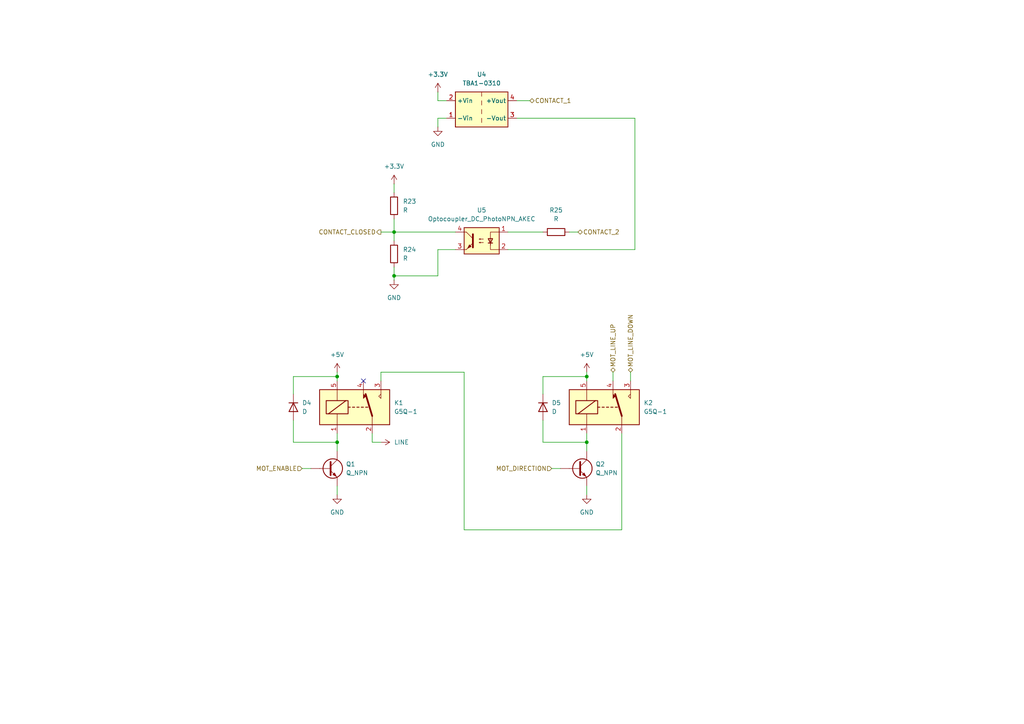
<source format=kicad_sch>
(kicad_sch (version 20250114) (generator "eeschema") (generator_version "9.0")
  (paper "A4")
  (title_block (title "iot-contact"))
  (lib_symbols
    (symbol "Converter_DCDC:TBA1-0310"
      (property "Reference" "U" (at -6.858 6.35 0))
      (property "Value" "TBA1-0310" (at 1.524 6.35 0))
      (symbol "TBA1-0310_0_0"
        (pin power_in line (at -10.16 2.54 0) (length 2.54) (name "+Vin") (number "2"))
        (pin power_in line (at -10.16 -2.54 0) (length 2.54) (name "-Vin") (number "1"))
        (pin power_out line (at 10.16 2.54 180) (length 2.54) (name "+Vout") (number "4"))
        (pin power_out line (at 10.16 -2.54 180) (length 2.54) (name "-Vout") (number "3"))
      )
      (symbol "TBA1-0310_0_1"
        (rectangle (start -7.62 5.08) (end 7.62 -5.08) (stroke (width 0.254)) (fill (type background)))
        (polyline (pts (xy 0 5.08) (xy 0 3.81)))
        (polyline (pts (xy 0 2.54) (xy 0 1.27)))
        (polyline (pts (xy 0 0) (xy 0 -1.27)))
        (polyline (pts (xy 0 -2.54) (xy 0 -3.81)))
      )
    )
    (symbol "Device:D" (pin_numbers (hide yes)) (pin_names (offset 1.016) (hide yes))
      (property "Reference" "D" (at 0 2.54 0))
      (property "Value" "D" (at 0 -2.54 0))
      (symbol "D_0_1"
        (polyline (pts (xy -1.27 1.27) (xy -1.27 -1.27)) (stroke (width 0.254)))
        (polyline (pts (xy 1.27 1.27) (xy 1.27 -1.27) (xy -1.27 0) (xy 1.27 1.27)) (stroke (width 0.254)))
        (polyline (pts (xy 1.27 0) (xy -1.27 0)))
      )
      (symbol "D_1_1"
        (pin passive line (at -3.81 0 0) (length 2.54) (name "K") (number "1"))
        (pin passive line (at 3.81 0 180) (length 2.54) (name "A") (number "2"))
      )
    )
    (symbol "Device:Q_NPN" (pin_numbers (hide yes)) (pin_names (offset 0) (hide yes))
      (property "Reference" "Q" (at 5.08 1.27 0))
      (property "Value" "Q_NPN" (at 5.08 -1.27 0))
      (symbol "Q_NPN_0_1"
        (polyline (pts (xy -2.54 0) (xy 0.635 0)))
        (polyline (pts (xy 0.635 1.905) (xy 0.635 -1.905)) (stroke (width 0.508)))
        (polyline (pts (xy 0.635 0.635) (xy 2.54 2.54)))
        (polyline (pts (xy 0.635 -0.635) (xy 2.54 -2.54)))
        (circle (center 1.27 0) (radius 2.8194) (stroke (width 0.254)))
        (polyline (pts (xy 1.27 -1.778) (xy 1.778 -1.27) (xy 2.286 -2.286) (xy 1.27 -1.778)) (fill (type outline)))
      )
      (symbol "Q_NPN_1_1"
        (pin input line (at -5.08 0 0) (length 2.54) (name "B") (number "B"))
        (pin passive line (at 2.54 5.08 270) (length 2.54) (name "C") (number "C"))
        (pin passive line (at 2.54 -5.08 90) (length 2.54) (name "E") (number "E"))
      )
    )
    (symbol "Device:R" (pin_numbers (hide yes)) (pin_names (offset 0))
      (property "Reference" "R" (at 2.032 0 90))
      (property "Value" "R" (at 0 0 90))
      (symbol "R_0_1"
        (rectangle (start -1.016 -2.54) (end 1.016 2.54) (stroke (width 0.254)))
      )
      (symbol "R_1_1"
        (pin passive line (at 0 3.81 270) (length 1.27) (name "~") (number "1"))
        (pin passive line (at 0 -3.81 90) (length 1.27) (name "~") (number "2"))
      )
    )
    (symbol "Isolator:Optocoupler_DC_PhotoNPN_AKEC"
      (property "Reference" "U" (at -5.08 5.08 0))
      (property "Value" "Optocoupler_DC_PhotoNPN_AKEC" (at 0 5.08 0))
      (symbol "Optocoupler_DC_PhotoNPN_AKEC_0_1"
        (rectangle (start -5.08 3.81) (end 5.08 -3.81) (stroke (width 0.254)) (fill (type background)))
        (polyline (pts (xy -5.08 2.54) (xy -2.54 2.54) (xy -2.54 -1.27) (xy -2.54 0.635)))
        (polyline (pts (xy -3.175 -0.635) (xy -1.905 -0.635)) (stroke (width 0.254)))
        (polyline (pts (xy -2.54 -0.635) (xy -2.54 -2.54) (xy -5.08 -2.54)))
        (polyline (pts (xy -2.54 -0.635) (xy -3.175 0.635) (xy -1.905 0.635) (xy -2.54 -0.635)) (stroke (width 0.254)))
        (polyline (pts (xy -0.508 0.508) (xy 0.762 0.508) (xy 0.381 0.381) (xy 0.381 0.635) (xy 0.762 0.508)))
        (polyline (pts (xy -0.508 -0.508) (xy 0.762 -0.508) (xy 0.381 -0.635) (xy 0.381 -0.381) (xy 0.762 -0.508)))
        (polyline (pts (xy 2.54 1.905) (xy 2.54 -1.905)) (stroke (width 0.508)))
        (polyline (pts (xy 2.54 0.635) (xy 4.445 2.54)))
        (polyline (pts (xy 3.048 -1.651) (xy 3.556 -1.143) (xy 4.064 -2.159) (xy 3.048 -1.651)) (fill (type outline)))
        (polyline (pts (xy 4.445 2.54) (xy 5.08 2.54)))
        (polyline (pts (xy 4.445 -2.54) (xy 2.54 -0.635)) (fill (type outline)))
        (polyline (pts (xy 4.445 -2.54) (xy 5.08 -2.54)))
      )
      (symbol "Optocoupler_DC_PhotoNPN_AKEC_1_1"
        (pin passive line (at -7.62 2.54 0) (length 2.54) (name "~") (number "1"))
        (pin passive line (at -7.62 -2.54 0) (length 2.54) (name "~") (number "2"))
        (pin passive line (at 7.62 2.54 180) (length 2.54) (name "~") (number "4"))
        (pin passive line (at 7.62 -2.54 180) (length 2.54) (name "~") (number "3"))
      )
    )
    (symbol "Relay:G5Q-1"
      (property "Reference" "K" (at 11.43 3.81 0))
      (property "Value" "G5Q-1" (at 11.43 1.27 0))
      (symbol "G5Q-1_0_0"
        (polyline (pts (xy 7.62 5.08) (xy 7.62 2.54) (xy 6.985 3.175) (xy 7.62 3.81)))
      )
      (symbol "G5Q-1_0_1"
        (rectangle (start -10.16 5.08) (end 10.16 -5.08) (stroke (width 0.254)) (fill (type background)))
        (rectangle (start -8.255 1.905) (end -1.905 -1.905) (stroke (width 0.254)))
        (polyline (pts (xy -7.62 -1.905) (xy -2.54 1.905)) (stroke (width 0.254)))
        (polyline (pts (xy -5.08 5.08) (xy -5.08 1.905)))
        (polyline (pts (xy -5.08 -5.08) (xy -5.08 -1.905)))
        (polyline (pts (xy -1.905 0) (xy -1.27 0)) (stroke (width 0.254)))
        (polyline (pts (xy -0.635 0) (xy 0 0)) (stroke (width 0.254)))
        (polyline (pts (xy 0.635 0) (xy 1.27 0)) (stroke (width 0.254)))
        (polyline (pts (xy 1.905 0) (xy 2.54 0)) (stroke (width 0.254)))
        (polyline (pts (xy 2.54 5.08) (xy 2.54 2.54) (xy 3.175 3.175) (xy 2.54 3.81)) (fill (type outline)))
        (polyline (pts (xy 3.175 0) (xy 3.81 0)) (stroke (width 0.254)))
        (polyline (pts (xy 5.08 -2.54) (xy 3.175 3.81)) (stroke (width 0.508)))
        (polyline (pts (xy 5.08 -2.54) (xy 5.08 -5.08)))
      )
      (symbol "G5Q-1_1_1"
        (pin passive line (at -5.08 7.62 270) (length 2.54) (name "~") (number "5"))
        (pin passive line (at -5.08 -7.62 90) (length 2.54) (name "~") (number "1"))
        (pin passive line (at 2.54 7.62 270) (length 2.54) (name "~") (number "4"))
        (pin passive line (at 5.08 -7.62 90) (length 2.54) (name "~") (number "2"))
        (pin passive line (at 7.62 7.62 270) (length 2.54) (name "~") (number "3"))
      )
    )
    (symbol "power:+3.3V" (power) (pin_numbers (hide yes)) (pin_names (offset 0) (hide yes))
      (property "Value" "+3.3V" (at 0 3.556 0))
      (symbol "+3.3V_0_1"
        (polyline (pts (xy -0.762 1.27) (xy 0 2.54)))
        (polyline (pts (xy 0 2.54) (xy 0.762 1.27)))
        (polyline (pts (xy 0 0) (xy 0 2.54)))
      )
      (symbol "+3.3V_1_1"
        (pin power_in line (at 0 0 90) (length 0) (name "~") (number "1"))
      )
    )
    (symbol "power:+5V" (power) (pin_numbers (hide yes)) (pin_names (offset 0) (hide yes))
      (property "Value" "+5V" (at 0 3.556 0))
      (symbol "+5V_0_1"
        (polyline (pts (xy -0.762 1.27) (xy 0 2.54)))
        (polyline (pts (xy 0 2.54) (xy 0.762 1.27)))
        (polyline (pts (xy 0 0) (xy 0 2.54)))
      )
      (symbol "+5V_1_1"
        (pin power_in line (at 0 0 90) (length 0) (name "~") (number "1"))
      )
    )
    (symbol "power:GND" (power) (pin_numbers (hide yes)) (pin_names (offset 0) (hide yes))
      (property "Value" "GND" (at 0 -3.81 0))
      (symbol "GND_0_1"
        (polyline (pts (xy 0 0) (xy 0 -1.27) (xy 1.27 -1.27) (xy 0 -2.54) (xy -1.27 -1.27) (xy 0 -1.27)))
      )
      (symbol "GND_1_1"
        (pin power_in line (at 0 0 270) (length 0) (name "~") (number "1"))
      )
    )
    (symbol "power:LINE" (power) (pin_numbers (hide yes)) (pin_names (offset 0) (hide yes))
      (property "Value" "LINE" (at 0 3.556 0))
      (symbol "LINE_0_1"
        (polyline (pts (xy -0.762 1.27) (xy 0 2.54)))
        (polyline (pts (xy 0 2.54) (xy 0.762 1.27)))
        (polyline (pts (xy 0 0) (xy 0 2.54)))
      )
      (symbol "LINE_1_1"
        (pin power_in line (at 0 0 90) (length 0) (name "~") (number "1"))
      )
    )
  )
  (junction (at 114.3 80.01))
  (junction (at 114.3 67.31))
  (junction (at 97.79 109.22))
  (junction (at 170.18 109.22))
  (junction (at 97.79 128.27))
  (junction (at 170.18 128.27))
  (no_connect (at 105.41 110.49))
  (wire (pts (xy 170.18 107.95) (xy 170.18 109.22)))
  (wire (pts (xy 97.79 128.27) (xy 97.79 130.81)))
  (wire (pts (xy 85.09 109.22) (xy 97.79 109.22)))
  (wire (pts (xy 160.02 135.89) (xy 162.56 135.89)))
  (wire (pts (xy 97.79 140.97) (xy 97.79 143.51)))
  (wire (pts (xy 147.32 67.31) (xy 157.48 67.31)))
  (wire (pts (xy 149.86 34.29) (xy 184.15 34.29)))
  (wire (pts (xy 85.09 121.92) (xy 85.09 128.27)))
  (wire (pts (xy 114.3 67.31) (xy 114.3 63.5)))
  (wire (pts (xy 114.3 67.31) (xy 114.3 69.85)))
  (wire (pts (xy 134.62 107.95) (xy 134.62 153.67)))
  (wire (pts (xy 114.3 77.47) (xy 114.3 80.01)))
  (wire (pts (xy 182.88 107.95) (xy 182.88 110.49)))
  (wire (pts (xy 110.49 67.31) (xy 114.3 67.31)))
  (wire (pts (xy 114.3 53.34) (xy 114.3 55.88)))
  (wire (pts (xy 157.48 109.22) (xy 170.18 109.22)))
  (wire (pts (xy 129.54 34.29) (xy 127 34.29)))
  (wire (pts (xy 110.49 128.27) (xy 107.95 128.27)))
  (wire (pts (xy 114.3 80.01) (xy 114.3 81.28)))
  (wire (pts (xy 97.79 109.22) (xy 97.79 110.49)))
  (wire (pts (xy 127 29.21) (xy 127 26.67)))
  (wire (pts (xy 170.18 140.97) (xy 170.18 143.51)))
  (wire (pts (xy 97.79 107.95) (xy 97.79 109.22)))
  (wire (pts (xy 184.15 72.39) (xy 147.32 72.39)))
  (wire (pts (xy 114.3 67.31) (xy 132.08 67.31)))
  (wire (pts (xy 127 80.01) (xy 114.3 80.01)))
  (wire (pts (xy 157.48 114.3) (xy 157.48 109.22)))
  (wire (pts (xy 149.86 29.21) (xy 153.67 29.21)))
  (wire (pts (xy 157.48 128.27) (xy 170.18 128.27)))
  (wire (pts (xy 170.18 125.73) (xy 170.18 128.27)))
  (wire (pts (xy 170.18 128.27) (xy 170.18 130.81)))
  (wire (pts (xy 87.63 135.89) (xy 90.17 135.89)))
  (wire (pts (xy 127 72.39) (xy 127 80.01)))
  (wire (pts (xy 184.15 34.29) (xy 184.15 72.39)))
  (wire (pts (xy 165.1 67.31) (xy 167.64 67.31)))
  (wire (pts (xy 129.54 29.21) (xy 127 29.21)))
  (wire (pts (xy 97.79 125.73) (xy 97.79 128.27)))
  (wire (pts (xy 170.18 109.22) (xy 170.18 110.49)))
  (wire (pts (xy 180.34 153.67) (xy 180.34 125.73)))
  (wire (pts (xy 177.8 107.95) (xy 177.8 110.49)))
  (wire (pts (xy 85.09 128.27) (xy 97.79 128.27)))
  (wire (pts (xy 107.95 128.27) (xy 107.95 125.73)))
  (wire (pts (xy 110.49 107.95) (xy 134.62 107.95)))
  (wire (pts (xy 157.48 121.92) (xy 157.48 128.27)))
  (wire (pts (xy 110.49 110.49) (xy 110.49 107.95)))
  (wire (pts (xy 127 34.29) (xy 127 36.83)))
  (wire (pts (xy 132.08 72.39) (xy 127 72.39)))
  (wire (pts (xy 85.09 114.3) (xy 85.09 109.22)))
  (wire (pts (xy 134.62 153.67) (xy 180.34 153.67)))
  (hierarchical_label "CONTACT_1" (shape bidirectional) (at 153.67 29.21 0))
  (hierarchical_label "CONTACT_2" (shape bidirectional) (at 167.64 67.31 0))
  (hierarchical_label "MOT_ENABLE" (shape input) (at 87.63 135.89 180))
  (hierarchical_label "MOT_LINE_DOWN" (shape bidirectional) (at 182.88 107.95 90))
  (hierarchical_label "MOT_LINE_UP" (shape bidirectional) (at 177.8 107.95 90))
  (hierarchical_label "CONTACT_CLOSED" (shape output) (at 110.49 67.31 180))
  (hierarchical_label "MOT_DIRECTION" (shape input) (at 160.02 135.89 180))
  (symbol (lib_id "Isolator:Optocoupler_DC_PhotoNPN_AKEC") (at 139.7 69.85 0) (mirror y) (unit 1)
    (property "Reference" "U5" (at 139.7 60.96 0))
    (property "Value" "Optocoupler_DC_PhotoNPN_AKEC" (at 139.7 63.5 0))
    (property "Description" "Generic DC optocoupler with NPN phototransistor output, pins order: anode/cathode/emitter/collector" (effects (hide yes)))
  )
  (symbol (lib_id "power:LINE") (at 110.49 128.27 270) (unit 1)
    (property "Reference" "#PWR030" (effects (hide yes)))
    (property "Value" "LINE" (at 114.3 128.2699 90) (effects (justify left)))
    (property "Description" "Power symbol creates a global label with name \"LINE\"" (effects (hide yes)))
  )
  (symbol (lib_id "Device:Q_NPN") (at 167.64 135.89 0) (unit 1)
    (property "Reference" "Q2" (at 172.72 134.6199 0) (effects (justify left)))
    (property "Value" "Q_NPN" (at 172.72 137.1599 0) (effects (justify left)))
    (property "Description" "NPN bipolar junction transistor" (effects (hide yes)))
  )
  (symbol (lib_id "Relay:G5Q-1") (at 175.26 118.11 0) (unit 1)
    (property "Reference" "K2" (at 186.69 116.8399 0) (effects (justify left)))
    (property "Value" "G5Q-1" (at 186.69 119.3799 0) (effects (justify left)))
    (property "Footprint" "Relay_THT:Relay_SPDT_Omron-G5Q-1" (effects (hide yes)))
    (property "Datasheet" "https://www.omron.com/ecb/products/pdf/en-g5q.pdf" (effects (hide yes)))
    (property "Description" "Omron G5G relay, Miniature Single Pole, SPDT, 10A" (effects (hide yes)))
  )
  (symbol (lib_id "power:+5V") (at 170.18 107.95 0) (unit 1)
    (property "Reference" "#PWR034" (effects (hide yes)))
    (property "Value" "+5V" (at 170.18 102.87 0))
    (property "Description" "Power symbol creates a global label with name \"+5V\"" (effects (hide yes)))
  )
  (symbol (lib_id "power:GND") (at 114.3 81.28 0) (unit 1)
    (property "Reference" "#PWR036" (effects (hide yes)))
    (property "Value" "GND" (at 114.3 86.36 0))
    (property "Description" "Power symbol creates a global label with name \"GND\" , ground" (effects (hide yes)))
  )
  (symbol (lib_id "Device:R") (at 161.29 67.31 90) (unit 1)
    (property "Reference" "R25" (at 161.29 60.96 90))
    (property "Value" "R" (at 161.29 63.5 90))
    (property "Description" "Resistor" (effects (hide yes)))
  )
  (symbol (lib_id "Relay:G5Q-1") (at 102.87 118.11 0) (unit 1)
    (property "Reference" "K1" (at 114.3 116.8399 0) (effects (justify left)))
    (property "Value" "G5Q-1" (at 114.3 119.3799 0) (effects (justify left)))
    (property "Footprint" "Relay_THT:Relay_SPDT_Omron-G5Q-1" (effects (hide yes)))
    (property "Datasheet" "https://www.omron.com/ecb/products/pdf/en-g5q.pdf" (effects (hide yes)))
    (property "Description" "Omron G5G relay, Miniature Single Pole, SPDT, 10A" (effects (hide yes)))
  )
  (symbol (lib_id "Device:R") (at 114.3 73.66 0) (unit 1)
    (property "Reference" "R24" (at 116.84 72.3899 0) (effects (justify left)))
    (property "Value" "R" (at 116.84 74.9299 0) (effects (justify left)))
    (property "Description" "Resistor" (effects (hide yes)))
  )
  (symbol (lib_id "power:GND") (at 170.18 143.51 0) (unit 1)
    (property "Reference" "#PWR031" (effects (hide yes)))
    (property "Value" "GND" (at 170.18 148.59 0))
    (property "Description" "Power symbol creates a global label with name \"GND\" , ground" (effects (hide yes)))
  )
  (symbol (lib_id "power:+5V") (at 97.79 107.95 0) (unit 1)
    (property "Reference" "#PWR033" (effects (hide yes)))
    (property "Value" "+5V" (at 97.79 102.87 0))
    (property "Description" "Power symbol creates a global label with name \"+5V\"" (effects (hide yes)))
  )
  (symbol (lib_id "Device:D") (at 157.48 118.11 270) (unit 1)
    (property "Reference" "D5" (at 160.02 116.8399 90) (effects (justify left)))
    (property "Value" "D" (at 160.02 119.3799 90) (effects (justify left)))
    (property "Description" "Diode" (effects (hide yes)))
    (property "Sim.Device" "D" (effects (hide yes)))
    (property "Sim.Pins" "1=K 2=A" (effects (hide yes)))
  )
  (symbol (lib_id "power:GND") (at 97.79 143.51 0) (unit 1)
    (property "Reference" "#PWR032" (effects (hide yes)))
    (property "Value" "GND" (at 97.79 148.59 0))
    (property "Description" "Power symbol creates a global label with name \"GND\" , ground" (effects (hide yes)))
  )
  (symbol (lib_id "power:GND") (at 127 36.83 0) (unit 1)
    (property "Reference" "#PWR038" (effects (hide yes)))
    (property "Value" "GND" (at 127 41.91 0))
    (property "Description" "Power symbol creates a global label with name \"GND\" , ground" (effects (hide yes)))
  )
  (symbol (lib_id "power:+3.3V") (at 114.3 53.34 0) (unit 1)
    (property "Reference" "#PWR035" (effects (hide yes)))
    (property "Value" "+3.3V" (at 114.3 48.26 0))
    (property "Description" "Power symbol creates a global label with name \"+3.3V\"" (effects (hide yes)))
  )
  (symbol (lib_id "power:+3.3V") (at 127 26.67 0) (unit 1)
    (property "Reference" "#PWR037" (effects (hide yes)))
    (property "Value" "+3.3V" (at 127 21.59 0))
    (property "Description" "Power symbol creates a global label with name \"+3.3V\"" (effects (hide yes)))
  )
  (symbol (lib_id "Converter_DCDC:TBA1-0310") (at 139.7 31.75 0) (unit 1)
    (property "Reference" "U4" (at 139.7 21.59 0))
    (property "Value" "TBA1-0310" (at 139.7 24.13 0))
    (property "Footprint" "Converter_DCDC:Converter_DCDC_TRACO_TBA1-xxxx_THT" (effects (hide yes)))
    (property "Datasheet" "https://www.tracopower.com/products/tba1.pdf" (effects (hide yes)))
    (property "Description" "1W DC/DC converter unregulated, 2.97-3.63V input, 3.3V fixed output voltage, 260mA output, 1.5kVDC isolation, SIP-4" (effects (hide yes)))
  )
  (symbol (lib_id "Device:R") (at 114.3 59.69 0) (unit 1)
    (property "Reference" "R23" (at 116.84 58.4199 0) (effects (justify left)))
    (property "Value" "R" (at 116.84 60.9599 0) (effects (justify left)))
    (property "Description" "Resistor" (effects (hide yes)))
  )
  (symbol (lib_id "Device:D") (at 85.09 118.11 270) (unit 1)
    (property "Reference" "D4" (at 87.63 116.8399 90) (effects (justify left)))
    (property "Value" "D" (at 87.63 119.3799 90) (effects (justify left)))
    (property "Description" "Diode" (effects (hide yes)))
    (property "Sim.Device" "D" (effects (hide yes)))
    (property "Sim.Pins" "1=K 2=A" (effects (hide yes)))
  )
  (symbol (lib_id "Device:Q_NPN") (at 95.25 135.89 0) (unit 1)
    (property "Reference" "Q1" (at 100.33 134.6199 0) (effects (justify left)))
    (property "Value" "Q_NPN" (at 100.33 137.1599 0) (effects (justify left)))
    (property "Description" "NPN bipolar junction transistor" (effects (hide yes)))
  )
)
</source>
